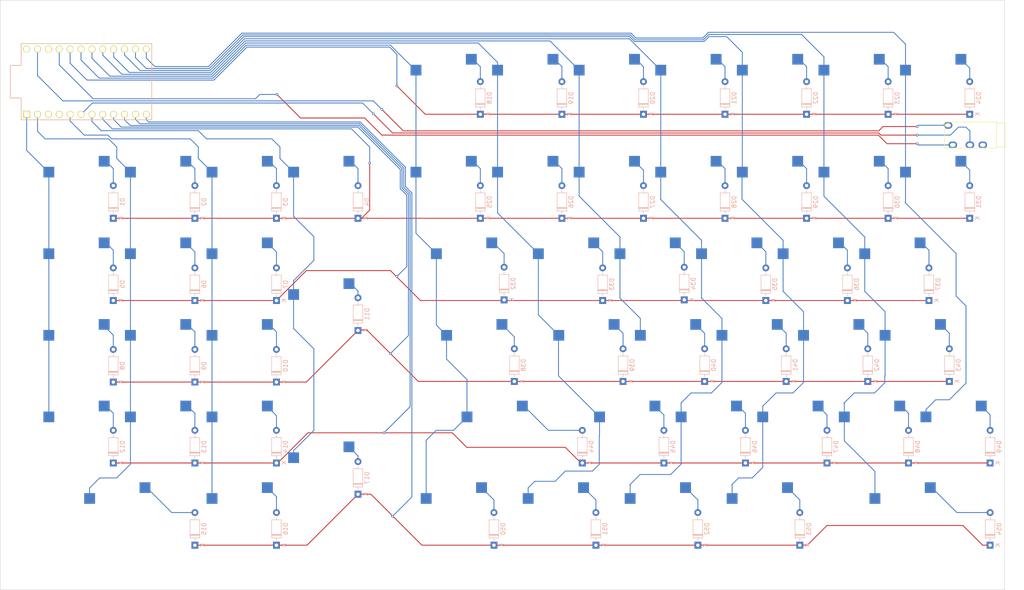
<source format=kicad_pcb>
(kicad_pcb (version 20221018) (generator pcbnew)
  (layers (0 "F.Cu" signal) (31 "B.Cu" signal) (34 "B.Paste" user) (35 "F.Paste" user) (36 "B.SilkS" user "B.Silkscreen") (37 "F.SilkS" user "F.Silkscreen") (38 "B.Mask" user) (39 "F.Mask" user) (44 "Edge.Cuts" user))
  (net 0 "")
  (net 1 "row2")
  (net 2 "Net-(D1-A)")
  (net 3 "Net-(D2-A)")
  (net 4 "Net-(D3-A)")
  (net 5 "Net-(D4-A)")
  (net 6 "row3")
  (net 7 "Net-(D5-A)")
  (net 8 "Net-(D6-A)")
  (net 9 "Net-(D7-A)")
  (net 10 "row4")
  (net 11 "Net-(D8-A)")
  (net 12 "Net-(D9-A)")
  (net 13 "Net-(D10-A)")
  (net 14 "Net-(D11-A)")
  (net 15 "row5")
  (net 16 "Net-(D12-A)")
  (net 17 "Net-(D13-A)")
  (net 18 "Net-(D14-A)")
  (net 19 "row6")
  (net 20 "Net-(D15-A)")
  (net 21 "Net-(D16-A)")
  (net 22 "Net-(D17-A)")
  (net 23 "row1")
  (net 24 "Net-(D18-A)")
  (net 25 "Net-(D19-A)")
  (net 26 "Net-(D20-A)")
  (net 27 "Net-(D21-A)")
  (net 28 "Net-(D22-A)")
  (net 29 "Net-(D23-A)")
  (net 30 "Net-(D24-A)")
  (net 31 "Net-(D25-A)")
  (net 32 "Net-(D26-A)")
  (net 33 "Net-(D27-A)")
  (net 34 "Net-(D28-A)")
  (net 35 "Net-(D29-A)")
  (net 36 "Net-(D30-A)")
  (net 37 "Net-(D31-A)")
  (net 38 "Net-(D32-A)")
  (net 39 "Net-(D33-A)")
  (net 40 "Net-(D34-A)")
  (net 41 "Net-(D35-A)")
  (net 42 "Net-(D36-A)")
  (net 43 "Net-(D37-A)")
  (net 44 "Net-(D38-A)")
  (net 45 "Net-(D39-A)")
  (net 46 "Net-(D40-A)")
  (net 47 "Net-(D41-A)")
  (net 48 "Net-(D42-A)")
  (net 49 "Net-(D43-A)")
  (net 50 "Net-(D44-A)")
  (net 51 "Net-(D45-A)")
  (net 52 "Net-(D46-A)")
  (net 53 "Net-(D47-A)")
  (net 54 "Net-(D48-A)")
  (net 55 "Net-(D49-A)")
  (net 56 "Net-(D50-A)")
  (net 57 "Net-(D51-A)")
  (net 58 "Net-(D52-A)")
  (net 59 "Net-(D53-A)")
  (net 60 "Net-(D54-A)")
  (net 61 "col1")
  (net 62 "col2")
  (net 63 "col3")
  (net 64 "col4")
  (net 65 "col5")
  (net 66 "col10")
  (net 67 "col11")
  (net 70 "SCL")
  (net 71 "VCC")
  (net 73 "GND")
  (net 76 "col6")
  (net 77 "col7")
  (net 78 "col8")
  (net 79 "col9")
  (footprint "MX_Only:MXOnly-1U-Hotswap" (layer "F.Cu") (at 54.485 65.04)
    (fp_text reference "MX2")
    (fp_text value "MX-NoLED")
  )
  (footprint "MountingHole:MountingHole_2.2mm_M2" (layer "F.Cu") (at 141.79925 101.36425)
    (fp_text reference "REF**" hide)
    (fp_text value "MountingHole_2.2mm_M2" hide)
  )
  (footprint "MX_Only:MXOnly-2U-Hotswap-VerticalStabilizers" (layer "F.Cu") (at 92.585 131.715)
    (fp_text reference "MX17")
    (fp_text value "MX-NoLED" hide)
  )
  (footprint "MountingHole:MountingHole_2.2mm_M2" (layer "F.Cu") (at 21 26.5)
    (fp_text reference "REF**" hide)
    (fp_text value "MountingHole_2.2mm_M2" hide)
  )
  (footprint "MX_Only:MXOnly-1U-Hotswap" (layer "F.Cu") (at 159.26 41.227)
    (fp_text reference "MX20")
    (fp_text value "MX-NoLED")
  )
  (footprint "MX_Only:MXOnly-1.25U-Hotswap" (layer "F.Cu") (at 171.16625 141.24)
    (fp_text reference "MX52")
    (fp_text value "MX-NoLED")
  )
  (footprint "MX_Only:MXOnly-1U-Hotswap" (layer "F.Cu") (at 140.21 65.04)
    (fp_text reference "MX26")
    (fp_text value "MX-NoLED")
  )
  (footprint "MountingHole:MountingHole_2.2mm_M2" (layer "F.Cu") (at 21 156)
    (fp_text reference "REF**" hide)
    (fp_text value "MountingHole_2.2mm_M2" hide)
  )
  (footprint "MountingHole:MountingHole_2.2mm_M2" (layer "F.Cu") (at 106.88525 112.47325)
    (fp_text reference "REF**" hide)
    (fp_text value "MountingHole_2.2mm_M2" hide)
  )
  (footprint "MX_Only:MXOnly-1U-Hotswap" (layer "F.Cu") (at 35.435 65.04)
    (fp_text reference "MX1")
    (fp_text value "MX-NoLED")
  )
  (footprint "MX_Only:MXOnly-1.75U-Hotswap" (layer "F.Cu") (at 128.30375 103.14)
    (fp_text reference "MX38")
    (fp_text value "MX-NoLED")
  )
  (footprint "MountingHole:MountingHole_2.2mm_M2" (layer "F.Cu") (at 89.11075 156)
    (fp_text reference "REF**" hide)
    (fp_text value "MountingHole_2.2mm_M2" hide)
  )
  (footprint "MountingHole:MountingHole_2.2mm_M2" (layer "F.Cu") (at 247.61075 26.5)
    (fp_text reference "REF**" hide)
    (fp_text value "MountingHole_2.2mm_M2" hide)
  )
  (footprint "MX_Only:MXOnly-1.25U-Hotswap" (layer "F.Cu") (at 194.97875 141.24)
    (fp_text reference "MX53")
    (fp_text value "MX-NoLED")
  )
  (footprint "MX_Only:MXOnly-1U-Hotswap" (layer "F.Cu") (at 159.26 65.04)
    (fp_text reference "MX27")
    (fp_text value "MX-NoLED")
  )
  (footprint "MX_Only:MXOnly-1U-Hotswap" (layer "F.Cu") (at 35.435 122.19)
    (fp_text reference "MX12")
    (fp_text value "MX-NoLED")
  )
  (footprint "MX_Only:MXOnly-2U-Hotswap-VerticalStabilizers" (layer "F.Cu") (at 92.585 93.615)
    (fp_text reference "MX11")
    (fp_text value "MX-NoLED" hide)
  )
  (footprint "MX_Only:MXOnly-1.25U-Hotswap" (layer "F.Cu") (at 123.54125 141.24)
    (fp_text reference "MX50")
    (fp_text value "MX-NoLED")
  )
  (footprint "MX_Only:MXOnly-1U-Hotswap" (layer "F.Cu") (at 235.46 65.04)
    (fp_text reference "MX31")
    (fp_text value "MX-NoLED")
  )
  (footprint "MX_Only:MXOnly-1U-Hotswap" (layer "F.Cu") (at 121.16 41.227)
    (fp_text reference "MX18")
    (fp_text value "MX-NoLED")
  )
  (footprint "promicro:ProMicro" (layer "F.Cu") (at 37.14075 41.39125)
    (fp_text reference "U1" hide)
    (fp_text value "ProMicro" hide)
  )
  (footprint "MX_Only:MXOnly-1U-Hotswap" (layer "F.Cu") (at 211.6475 103.14)
    (fp_text reference "MX42")
    (fp_text value "MX-NoLED")
  )
  (footprint "MX_Only:MXOnly-1U-Hotswap" (layer "F.Cu") (at 73.535 141.24)
    (fp_text reference "MX16")
    (fp_text value "MX-NoLED")
  )
  (footprint "MX_Only:MXOnly-1U-Hotswap" (layer "F.Cu") (at 197.36 41.227)
    (fp_text reference "MX22")
    (fp_text value "MX-NoLED")
  )
  (footprint "MX_Only:MXOnly-2U-Hotswap" (layer "F.Cu") (at 44.96 141.24)
    (fp_text reference "MX15")
    (fp_text value "MX-NoLED")
  )
  (footprint "pj320:TRRS-PJ-320A" (layer "F.Cu") (at 249.6125 53.86125 -90)
    (fp_text reference "U2")
    (fp_text value "TRRS")
  )
  (footprint "MX_Only:MXOnly-1U-Hotswap" (layer "F.Cu") (at 149.735 84.09)
    (fp_text reference "MX33")
    (fp_text value "MX-NoLED")
  )
  (footprint "MX_Only:MXOnly-1U-Hotswap" (layer "F.Cu") (at 173.5475 103.14)
    (fp_text reference "MX40")
    (fp_text value "MX-NoLED")
  )
  (footprint "MX_Only:MXOnly-1U-Hotswap" (layer "F.Cu") (at 168.785 84.09)
    (fp_text reference "MX34")
    (fp_text value "MX-NoLED")
  )
  (footprint "MX_Only:MXOnly-1U-Hotswap" (layer "F.Cu") (at 73.535 65.04)
    (fp_text reference "MX3")
    (fp_text value "MX-NoLED")
  )
  (footprint "MX_Only:MXOnly-1U-Hotswap" (layer "F.Cu") (at 225.935 84.09)
    (fp_text reference "MX37")
    (fp_text value "MX-NoLED")
  )
  (footprint "MountingHole:MountingHole_2.2mm_M2" (layer "F.Cu") (at 89.11075 26.5)
    (fp_text reference "REF**" hide)
    (fp_text value "MountingHole_2.2mm_M2" hide)
  )
  (footprint "MX_Only:MXOnly-1U-Hotswap" (layer "F.Cu") (at 197.36 65.04)
    (fp_text reference "MX29")
    (fp_text value "MX-NoLED")
  )
  (footprint "MX_Only:MXOnly-1U-Hotswap" (layer "F.Cu") (at 73.535 84.09)
    (fp_text reference "MX7")
    (fp_text value "MX-NoLED")
  )
  (footprint "MX_Only:MXOnly-1U-Hotswap" (layer "F.Cu") (at 235.46 41.227)
    (fp_text reference "MX24")
    (fp_text value "MX-NoLED")
  )
  (footprint "MX_Only:MXOnly-1U-Hotswap" (layer "F.Cu") (at 54.485 122.19)
    (fp_text reference "MX13")
    (fp_text value "MX-NoLED")
  )
  (footprint "MX_Only:MXOnly-2.25U-Hotswap" (layer "F.Cu") (at 133.06625 122.19)
    (fp_text reference "MX44")
    (fp_text value "MX-NoLED")
  )
  (footprint "MX_Only:MXOnly-2.25U-Hotswap" (layer "F.Cu") (at 228.31625 141.24)
    (fp_text reference "MX54")
    (fp_text value "MX-NoLED")
  )
  (footprint "MX_Only:MXOnly-1U-Hotswap" (layer "F.Cu") (at 240.2225 122.19)
    (fp_text reference "MX49")
    (fp_text value "MX-NoLED")
  )
  (footprint "MX_Only:MXOnly-1U-Hotswap" (layer "F.Cu") (at 73.535 103.14)
    (fp_text reference "MX10")
    (fp_text value "MX-NoLED")
  )
  (footprint "MX_Only:MXOnly-1U-Hotswap" (layer "F.Cu") (at 192.5975 103.14)
    (fp_text reference "MX41")
    (fp_text value "MX-NoLED")
  )
  (footprint "MountingHole:MountingHole_2.2mm_M2" (layer "F.Cu") (at 174.11075 156)
    (fp_text reference "REF**" hide)
    (fp_text value "MountingHole_2.2mm_M2" hide)
  )
  (footprint "MX_Only:MXOnly-1.25U-Hotswap" (layer "F.Cu") (at 147.35375 141.24)
    (fp_text reference "MX51")
    (fp_text value "MX-NoLED")
  )
  (footprint "MX_Only:MXOnly-1U-Hotswap" (layer "F.Cu") (at 202.1225 122.19)
    (fp_text reference "MX47")
    (fp_text value "MX-NoLED")
  )
  (footprint "MX_Only:MXOnly-1U-Hotswap" (layer "F.Cu") (at 178.31 41.227)
    (fp_text reference "MX21")
    (fp_text value "MX-NoLED")
  )
  (footprint "MX_Only:MXOnly-1U-Hotswap" (layer "F.Cu") (at 35.435 103.14)
    (fp_text reference "MX8")
    (fp_text value "MX-NoLED")
  )
  (footprint "MX_Only:MXOnly-1U-Hotswap" (layer "F.Cu") (at 183.0725 122.19)
    (fp_text reference "MX46")
    (fp_text value "MX-NoLED")
  )
  (footprint "MountingHole:MountingHole_2.2mm_M2" (layer "F.Cu") (at 21 90.36125)
    (fp_text reference "REF**" hide)
    (fp_text value "MountingHole_2.2mm_M2" hide)
  )
  (footprint "MX_Only:MXOnly-1U-Hotswap" (layer "F.Cu") (at 164.0225 122.19)
    (fp_text reference "MX45")
    (fp_text value "MX-NoLED")
  )
  (footprint "MX_Only:MXOnly-1.5U-Hotswap" (layer "F.Cu") (at 125.9225 84.09)
    (fp_text reference "MX32")
    (fp_text value "MX-NoLED")
  )
  (footprint "MX_Only:MXOnly-1U-Hotswap" (layer "F.Cu") (at 187.835 84.09)
    (fp_text reference "MX35")
    (fp_text value "MX-NoLED")
  )
  (footprint "MX_Only:MXOnly-1U-Hotswap" (layer "F.Cu") (at 230.6975 103.14)
    (fp_text reference "MX43")
    (fp_text value "MX-NoLED")
  )
  (footprint "MX_Only:MXOnly-1U-Hotswap" (layer "F.Cu") (at 54.485 84.09)
    (fp_text reference "MX6")
    (fp_text value "MX-NoLED")
  )
  (footprint "MX_Only:MXOnly-1U-Hotswap" (layer "F.Cu") (at 206.885 84.09)
    (fp_text reference "MX36")
    (fp_text value "MX-NoLED")
  )
  (footprint "MX_Only:MXOnly-1U-Hotswap" (layer "F.Cu") (at 73.535 122.19)
    (fp_text reference "MX14")
    (fp_text value "MX-NoLED")
  )
  (footprint "MX_Only:MXOnly-1U-Hotswap" (layer "F.Cu") (at 216.41 41.227)
    (fp_text reference "MX23")
    (fp_text value "MX-NoLED")
  )
  (footprint "MountingHole:MountingHole_2.2mm_M2" (layer "F.Cu") (at 93.11075 39.36125)
    (fp_text reference "REF**" hide)
    (fp_text value "MountingHole_2.2mm_M2" hide)
  )
  (footprint "MX_Only:MXOnly-1U-Hotswap" (layer "F.Cu") (at 54.485 103.14)
    (fp_text reference "MX9")
    (fp_text value "MX-NoLED")
  )
  (footprint "MountingHole:MountingHole_2.2mm_M2" (layer "F.Cu") (at 247.61075 156)
    (fp_text reference "REF**" hide)
    (fp_text value "MountingHole_2.2mm_M2" hide)
  )
  (footprint "MountingHole:MountingHole_2.2mm_M2" (layer "F.Cu") (at 107.07575 95.86125)
    (fp_text reference "REF**" hide)
    (fp_text value "MountingHole_2.2mm_M2" hide)
  )
  (footprint "MX_Only:MXOnly-1U-Hotswap" (layer "F.Cu") (at 121.16 65.04)
    (fp_text reference "MX25")
    (fp_text value "MX-NoLED")
  )
  (footprint "MountingHole:MountingHole_2.2mm_M2" (layer "F.Cu") (at 247.61075 90.36125)
    (fp_text reference "REF**" hide)
    (fp_text value "MountingHole_2.2mm_M2" hide)
  )
  (footprint "MX_Only:MXOnly-1U-Hotswap" (layer "F.Cu") (at 216.41 65.04)
    (fp_text reference "MX30")
    (fp_text value "MX-NoLED")
  )
  (footprint "MX_Only:MXOnly-1U-Hotswap" (layer "F.Cu") (at 140.21 41.227)
    (fp_text reference "MX19")
    (fp_text value "MX-NoLED")
  )
  (footprint "MX_Only:MXOnly-1U-Hotswap" (layer "F.Cu") (at 178.31 65.04)
    (fp_text reference "MX28")
    (fp_text value "MX-NoLED")
  )
  (footprint "MX_Only:MXOnly-1U-Hotswap" (layer "F.Cu") (at 221.1725 122.19)
    (fp_text reference "MX48")
    (fp_text value "MX-NoLED")
  )
  (footprint "MX_Only:MXOnly-1U-Hotswap" (layer "F.Cu") (at 92.585 65.04)
    (fp_text reference "MX4")
    (fp_text value "MX-NoLED")
  )
  (footprint "MountingHole:MountingHole_2.2mm_M2" (layer "F.Cu") (at 174.11075 26.5)
    (fp_text reference "REF**" hide)
    (fp_text value "MountingHole_2.2mm_M2" hide)
  )
  (footprint "MX_Only:MXOnly-1U-Hotswap" (layer "F.Cu") (at 154.4975 103.14)
    (fp_text reference "MX39")
    (fp_text value "MX-NoLED")
  )
  (footprint "MX_Only:MXOnly-1U-Hotswap" (layer "F.Cu") (at 35.435 84.09)
    (fp_text reference "MX5")
    (fp_text value "MX-NoLED")
  )
  (footprint "Diode_THT:D_DO-35_SOD27_P7.62mm_Horizontal" (layer "B.Cu") (at 157.66925 92.47825 90)
    (fp_text reference "D33")
    (fp_text value "1N4148")
  )
  (footprint "Diode_THT:D_DO-35_SOD27_P7.62mm_Horizontal" (layer "B.Cu") (at 137.03825 111.36475 90)
    (fp_text reference "D38")
    (fp_text value "1N4148")
  )
  (footprint "Diode_THT:D_DO-35_SOD27_P7.62mm_Horizontal" (layer "B.Cu") (at 205.27925 48.99325 90)
    (fp_text reference "D22")
    (fp_text value "1N4148")
  )
  (footprint "Diode_THT:D_DO-35_SOD27_P7.62mm_Horizontal" (layer "B.Cu") (at 224.32325 73.27675 90)
    (fp_text reference "D30")
    (fp_text value "1N4148")
  )
  (footprint "Diode_THT:D_DO-35_SOD27_P7.62mm_Horizontal" (layer "B.Cu") (at 229.08425 130.40875 90)
    (fp_text reference "D48")
    (fp_text value "1N4148")
  )
  (footprint "Diode_THT:D_DO-35_SOD27_P7.62mm_Horizontal" (layer "B.Cu") (at 248.12825 149.61025 90)
    (fp_text reference "D54")
    (fp_text value "1N4148")
  )
  (footprint "Diode_THT:D_DO-35_SOD27_P7.62mm_Horizontal" (layer "B.Cu") (at 179.88725 149.61025 90)
    (fp_text reference "D52")
    (fp_text value "1N4148")
  )
  (footprint "Diode_THT:D_DO-35_SOD27_P7.62mm_Horizontal" (layer "B.Cu") (at 203.69225 149.61025 90)
    (fp_text reference "D53")
    (fp_text value "1N4148")
  )
  (footprint "Diode_THT:D_DO-35_SOD27_P7.62mm_Horizontal" (layer "B.Cu") (at 224.32325 48.99325 90)
    (fp_text reference "D23")
    (fp_text value "1N4148")
  )
  (footprint "Diode_THT:D_DO-35_SOD27_P7.62mm_Horizontal" (layer "B.Cu") (at 129.10325 73.27675 90)
    (fp_text reference "D25")
    (fp_text value "1N4148")
  )
  (footprint "Diode_THT:D_DO-35_SOD27_P7.62mm_Horizontal" (layer "B.Cu") (at 43.40525 111.52225 90)
    (fp_text reference "D8")
    (fp_text value "1N4148")
  )
  (footprint "Diode_THT:D_DO-35_SOD27_P7.62mm_Horizontal" (layer "B.Cu") (at 132.27725 149.61025 90)
    (fp_text reference "D50")
    (fp_text value "1N4148")
  )
  (footprint "Diode_THT:D_DO-35_SOD27_P7.62mm_Horizontal" (layer "B.Cu") (at 243.36725 73.27675 90)
    (fp_text reference "D31")
    (fp_text value "1N4148")
  )
  (footprint "Diode_THT:D_DO-35_SOD27_P7.62mm_Horizontal" (layer "B.Cu") (at 148.14725 73.27675 90)
    (fp_text reference "D26")
    (fp_text value "1N4148")
  )
  (footprint "Diode_THT:D_DO-35_SOD27_P7.62mm_Horizontal" (layer "B.Cu") (at 62.44925 73.27675 90)
    (fp_text reference "D2")
    (fp_text value "1N4148")
  )
  (footprint "Diode_THT:D_DO-35_SOD27_P7.62mm_Horizontal" (layer "B.Cu") (at 81.49325 130.40875 90)
    (fp_text reference "D14")
    (fp_text value "1N4148")
  )
  (footprint "Diode_THT:D_DO-35_SOD27_P7.62mm_Horizontal" (layer "B.Cu") (at 190.99625 130.40875 90)
    (fp_text reference "D46")
    (fp_text value "1N4148")
  )
  (footprint "Diode_THT:D_DO-35_SOD27_P7.62mm_Horizontal" (layer "B.Cu") (at 181.47425 111.36475 90)
    (fp_text reference "D40")
    (fp_text value "1N4148")
  )
  (footprint "Diode_THT:D_DO-35_SOD27_P7.62mm_Horizontal" (layer "B.Cu") (at 195.75725 92.47825 90)
    (fp_text reference "D35")
    (fp_text value "1N4148")
  )
  (footprint "Diode_THT:D_DO-35_SOD27_P7.62mm_Horizontal" (layer "B.Cu") (at 62.44925 130.40875 90)
    (fp_text reference "D13")
    (fp_text value "1N4148")
  )
  (footprint "Diode_THT:D_DO-35_SOD27_P7.62mm_Horizontal" (layer "B.Cu") (at 81.49325 149.61025 90)
    (fp_text reference "D16")
    (fp_text value "1N4148")
  )
  (footprint "Diode_THT:D_DO-35_SOD27_P7.62mm_Horizontal" (layer "B.Cu") (at 214.80125 92.47825 90)
    (fp_text reference "D36")
    (fp_text value "1N4148")
  )
  (footprint "Diode_THT:D_DO-35_SOD27_P7.62mm_Horizontal" (layer "B.Cu") (at 100.53725 73.27675 90)
    (fp_text reference "D4")
    (fp_text value "1N4148")
  )
  (footprint "Diode_THT:D_DO-35_SOD27_P7.62mm_Horizontal" (layer "B.Cu") (at 171.95225 130.40875 90)
    (fp_text reference "D45")
    (fp_text value "1N4148")
  )
  (footprint "Diode_THT:D_DO-35_SOD27_P7.62mm_Horizontal" (layer "B.Cu") (at 129.10325 48.99325 90)
    (fp_text reference "D18")
    (fp_text value "1N4148")
  )
  (footprint "Diode_THT:D_DO-35_SOD27_P7.62mm_Horizontal" (layer "B.Cu") (at 156.08225 149.61025 90)
    (fp_text reference "D51")
    (fp_text value "1N4148")
  )
  (footprint "Diode_THT:D_DO-35_SOD27_P7.62mm_Horizontal" (layer "B.Cu") (at 186.23525 73.27675 90)
    (fp_text reference "D28")
    (fp_text value "1N4148")
  )
  (footprint "Diode_THT:D_DO-35_SOD27_P7.62mm_Horizontal" (layer "B.Cu") (at 219.56225 111.36475 90)
    (fp_text reference "D42")
    (fp_text value "1N4148")
  )
  (footprint "Diode_THT:D_DO-35_SOD27_P7.62mm_Horizontal" (layer "B.Cu") (at 62.44925 92.47825 90)
    (fp_text reference "D6")
    (fp_text value "1N4148")
  )
  (footprint "Diode_THT:D_DO-35_SOD27_P7.62mm_Horizontal" (layer "B.Cu") (at 43.40525 92.47825 90)
    (fp_text reference "D5")
    (fp_text value "1N4148")
  )
  (footprint "Diode_THT:D_DO-35_SOD27_P7.62mm_Horizontal" (layer "B.Cu") (at 81.49325 73.27675 90)
    (fp_text reference "D3")
    (fp_text value "1N4148")
  )
  (footprint "Diode_THT:D_DO-35_SOD27_P7.62mm_Horizontal" (layer "B.Cu") (at 243.36725 48.99325 90)
    (fp_text reference "D24")
    (fp_text value "1N4148")
  )
  (footprint "Diode_THT:D_DO-35_SOD27_P7.62mm_Horizontal" (layer "B.Cu") (at 152.90825 130.40875 90)
    (fp_text reference "D44")
    (fp_text value "1N4148")
  )
  (footprint "Diode_THT:D_DO-35_SOD27_P7.62mm_Horizontal" (layer "B.Cu") (at 210.04025 130.40875 90)
    (fp_text reference "D47")
    (fp_text value "1N4148")
  )
  (footprint "Diode_THT:D_DO-35_SOD27_P7.62mm_Horizontal" (layer "B.Cu") (at 233.84525 92.47825 90)
    (fp_text reference "D37")
    (fp_text value "1N4148")
  )
  (footprint "Diode_THT:D_DO-35_SOD27_P7.62mm_Horizontal" (layer "B.Cu") (at 167.19125 48.99325 90)
    (fp_text reference "D20")
    (fp_text value "1N4148")
  )
  (footprint "Diode_THT:D_DO-35_SOD27_P7.62mm_Horizontal" (layer "B.Cu") (at 148.14725 48.99325 90)
    (fp_text reference "D19")
    (fp_text value "1N4148")
  )
  (footprint "Diode_THT:D_DO-35_SOD27_P7.62mm_Horizontal" (layer "B.Cu") (at 186.23525 48.99325 90)
    (fp_text reference "D21")
    (fp_text value "1N4148")
  )
  (footprint "Diode_THT:D_DO-35_SOD27_P7.62mm_Horizontal" (layer "B.Cu") (at 81.49325 111.52225 90)
    (fp_text reference "D10")
    (fp_text value "1N4148")
  )
  (footprint "Diode_THT:D_DO-35_SOD27_P7.62mm_Horizontal" (layer "B.Cu") (at 162.43025 111.36475 90)
    (fp_text reference "D39")
    (fp_text value "1N4148")
  )
  (footprint "Diode_THT:D_DO-35_SOD27_P7.62mm_Horizontal" (layer "B.Cu") (at 248.12825 130.40875 90)
    (fp_text reference "D49")
    (fp_text value "1N4148")
  )
  (footprint "Diode_THT:D_DO-35_SOD27_P7.62mm_Horizontal" (layer "B.Cu") (at 43.40525 130.40875 90)
    (fp_text reference "D12")
    (fp_text value "1N4148")
  )
  (footprint "Diode_THT:D_DO-35_SOD27_P7.62mm_Horizontal" (layer "B.Cu") (at 205.27925 73.27675 90)
    (fp_text reference "D29")
    (fp_text value "1N4148")
  )
  (footprint "Diode_THT:D_DO-35_SOD27_P7.62mm_Horizontal" (layer "B.Cu") (at 134.65775 92.32075 90)
    (fp_text reference "D32")
    (fp_text value "1N4148")
  )
  (footprint "Diode_THT:D_DO-35_SOD27_P7.62mm_Horizontal" (layer "B.Cu") (at 81.49325 92.47825 90)
    (fp_text reference "D7")
    (fp_text value "1N4148")
  )
  (footprint "Diode_THT:D_DO-35_SOD27_P7.62mm_Horizontal" (layer "B.Cu") (at 200.51825 111.36475 90)
    (fp_text reference "D41")
    (fp_text value "1N4148")
  )
  (footprint "Diode_THT:D_DO-35_SOD27_P7.62mm_Horizontal" (layer "B.Cu") (at 176.71325 92.32075 90)
    (fp_text reference "D34")
    (fp_text value "1N4148")
  )
  (footprint "Diode_THT:D_DO-35_SOD27_P7.62mm_Horizontal" (layer "B.Cu") (at 62.44925 111.52225 90)
    (fp_text reference "D9")
    (fp_text value "1N4148")
  )
  (footprint "Diode_THT:D_DO-35_SOD27_P7.62mm_Horizontal" (layer "B.Cu") (at 62.44925 149.61025 90)
    (fp_text reference "D15")
    (fp_text value "1N4148")
  )
  (footprint "Diode_THT:D_DO-35_SOD27_P7.62mm_Horizontal" (layer "B.Cu") (at 100.53725 99.46225 90)
    (fp_text reference "D11")
    (fp_text value "1N4148")
  )
  (footprint "Diode_THT:D_DO-35_SOD27_P7.62mm_Horizontal" (layer "B.Cu") (at 167.19125 73.27675 90)
    (fp_text reference "D27")
    (fp_text value "1N4148")
  )
  (footprint "Diode_THT:D_DO-35_SOD27_P7.62mm_Horizontal" (layer "B.Cu") (at 238.60625 111.36475 90)
    (fp_text reference "D43")
    (fp_text value "1N4148")
  )
  (footprint "Diode_THT:D_DO-35_SOD27_P7.62mm_Horizontal" (layer "B.Cu") (at 43.40525 73.27675 90)
    (fp_text reference "D1")
    (fp_text value "1N4148")
  )
  (footprint "Diode_THT:D_DO-35_SOD27_P7.62mm_Horizontal" (layer "B.Cu") (at 100.53725 137.70775 90)
    (fp_text reference "D17")
    (fp_text value "1N4148")
  )
  (gr_line (start 251.5 160) (end 17 160) (stroke (width 0.1)) (layer "Edge.Cuts"))
  (gr_line (start 251.5 22.36125) (end 17 22.36125) (stroke (width 0.1)) (layer "Edge.Cuts"))
  (gr_line (start 251.5 22.36125) (end 251.5 160) (stroke (width 0.1)) (layer "Edge.Cuts"))
  (gr_line (start 17 22.36125) (end 17 160) (stroke (width 0.1)) (layer "Edge.Cuts"))
  (segment (start 103.26575 71.37175) (end 101.36075 73.27675) (width 0.2) (layer "F.Cu") (net 1))
  (segment (start 43.40525 73.27675) (end 43.40525 73.59175) (width 0.2) (layer "F.Cu") (net 1))
  (segment (start 103.26575 60.44125) (end 103.26575 71.37175) (width 0.2) (layer "F.Cu") (net 1))
  (segment (start 43.40525 73.59175) (end 43.72025 73.27675) (width 0.2) (layer "F.Cu") (net 1))
  (segment (start 101.36075 73.27675) (end 243.36725 73.27675) (width 0.2) (layer "F.Cu") (net 1))
  (segment (start 43.72025 73.27675) (end 101.36075 73.27675) (width 0.2) (layer "F.Cu") (net 1))
  (via (at 103.26575 60.44125) (size 0.6) (drill 0.3) (layers "F.Cu" "B.Cu") (net 1))
  (segment (start 43.14575 52.39625) (end 40.95075 50.20125) (width 0.2) (layer "B.Cu") (net 1))
  (segment (start 103.26575 60.44125) (end 103.26575 56.63125) (width 0.2) (layer "B.Cu") (net 1))
  (segment (start 99.03075 52.39625) (end 43.14575 52.39625) (width 0.2) (layer "B.Cu") (net 1))
  (segment (start 103.26575 56.63125) (end 99.03075 52.39625) (width 0.2) (layer "B.Cu") (net 1))
  (segment (start 40.95075 50.20125) (end 40.95075 49.01125) (width 0.2) (layer "B.Cu") (net 1))
  (segment (start 43.40525 61.68925) (end 43.40525 65.65675) (width 0.2) (layer "B.Cu") (net 2))
  (segment (start 41.676 59.96) (end 43.40525 61.68925) (width 0.2) (layer "B.Cu") (net 2))
  (segment (start 41.277 59.96) (end 41.676 59.96) (width 0.2) (layer "B.Cu") (net 2))
  (segment (start 60.327 59.96) (end 60.72 59.96) (width 0.2) (layer "B.Cu") (net 3))
  (segment (start 60.72 59.96) (end 62.44925 61.68925) (width 0.2) (layer "B.Cu") (net 3))
  (segment (start 62.44925 61.68925) (end 62.44925 65.65675) (width 0.2) (layer "B.Cu") (net 3))
  (segment (start 79.377 59.96) (end 79.764 59.96) (width 0.2) (layer "B.Cu") (net 4))
  (segment (start 79.764 59.96) (end 81.49325 61.68925) (width 0.2) (layer "B.Cu") (net 4))
  (segment (start 81.49325 61.68925) (end 81.49325 65.65675) (width 0.2) (layer "B.Cu") (net 4))
  (segment (start 100.53725 61.68925) (end 100.53725 65.65675) (width 0.2) (layer "B.Cu") (net 5))
  (segment (start 98.808 59.96) (end 100.53725 61.68925) (width 0.2) (layer "B.Cu") (net 5))
  (segment (start 98.427 59.96) (end 98.808 59.96) (width 0.2) (layer "B.Cu") (net 5))
  (segment (start 88.47725 85.49425) (end 108.12675 85.49425) (width 0.2) (layer "F.Cu") (net 6))
  (segment (start 81.49325 92.47825) (end 88.47725 85.49425) (width 0.2) (layer "F.Cu") (net 6))
  (segment (start 233.84525 92.47825) (end 115.11075 92.47825) (width 0.2) (layer "F.Cu") (net 6))
  (segment (start 43.40525 92.47825) (end 81.49325 92.47825) (width 0.2) (layer "F.Cu") (net 6))
  (segment (start 108.12675 85.49425) (end 115.11075 92.47825) (width 0.2) (layer "F.Cu") (net 6))
  (via (at 109.61075 86.86125) (size 0.6) (drill 0.3) (layers "F.Cu" "B.Cu") (net 6))
  (segment (start 45.24575 51.99625) (end 43.49075 50.24125) (width 0.2) (layer "B.Cu") (net 6))
  (segment (start 111.91075 84.56125) (end 111.91075 67.858308) (width 0.2) (layer "B.Cu") (net 6))
  (segment (start 109.61075 86.86125) (end 111.91075 84.56125) (width 0.2) (layer "B.Cu") (net 6))
  (segment (start 43.49075 50.24125) (end 43.49075 49.01125) (width 0.2) (layer "B.Cu") (net 6))
  (segment (start 110.41075 66.358308) (end 110.41075 61.87125) (width 0.2) (layer "B.Cu") (net 6))
  (segment (start 100.53575 51.99625) (end 45.24575 51.99625) (width 0.2) (layer "B.Cu") (net 6))
  (segment (start 111.91075 67.858308) (end 110.41075 66.358308) (width 0.2) (layer "B.Cu") (net 6))
  (segment (start 110.41075 61.87125) (end 100.53575 51.99625) (width 0.2) (layer "B.Cu") (net 6))
  (segment (start 41.277 79.01) (end 41.682 79.01) (width 0.2) (layer "B.Cu") (net 7))
  (segment (start 43.40525 80.73325) (end 43.40525 84.85825) (width 0.2) (layer "B.Cu") (net 7))
  (segment (start 41.682 79.01) (end 43.40525 80.73325) (width 0.2) (layer "B.Cu") (net 7))
  (segment (start 60.327 79.01) (end 62.44925 81.13225) (width 0.2) (layer "B.Cu") (net 8))
  (segment (start 62.44925 81.13225) (end 62.44925 84.85825) (width 0.2) (layer "B.Cu") (net 8))
  (segment (start 79.377 79.01) (end 81.49325 81.12625) (width 0.2) (layer "B.Cu") (net 9))
  (segment (start 81.49325 81.12625) (end 81.49325 84.85825) (width 0.2) (layer "B.Cu") (net 9))
  (segment (start 88.47725 111.52225) (end 100.53725 99.46225) (width 0.2) (layer "F.Cu") (net 10))
  (segment (start 43.40525 111.52225) (end 81.49325 111.52225) (width 0.2) (layer "F.Cu") (net 10))
  (segment (start 137.03825 111.36475) (end 238.60625 111.36475) (width 0.2) (layer "F.Cu") (net 10))
  (segment (start 120.61075 111.36125) (end 120.61425 111.36475) (width 0.2) (layer "F.Cu") (net 10))
  (segment (start 100.53725 99.43475) (end 100.61075 99.36125) (width 0.2) (layer "F.Cu") (net 10))
  (segment (start 114.61075 111.36125) (end 120.61075 111.36125) (width 0.2) (layer "F.Cu") (net 10))
  (segment (start 102.61075 99.36125) (end 108.11075 104.86125) (width 0.2) (layer "F.Cu") (net 10))
  (segment (start 108.11075 104.86125) (end 114.61075 111.36125) (width 0.2) (layer "F.Cu") (net 10))
  (segment (start 120.61425 111.36475) (end 137.03825 111.36475) (width 0.2) (layer "F.Cu") (net 10))
  (segment (start 81.49325 111.52225) (end 88.47725 111.52225) (width 0.2) (layer "F.Cu") (net 10))
  (segment (start 100.61075 99.36125) (end 102.61075 99.36125) (width 0.2) (layer "F.Cu") (net 10))
  (segment (start 100.53725 99.46225) (end 100.53725 99.43475) (width 0.2) (layer "F.Cu") (net 10))
  (via (at 108.11075 104.86125) (size 0.6) (drill 0.3) (layers "F.Cu" "B.Cu") (net 10))
  (segment (start 47.34575 51.59625) (end 46.03075 50.28125) (width 0.2) (layer "B.Cu") (net 10))
  (segment (start 108.11075 104.86125) (end 112.31075 100.66125) (width 0.2) (layer "B.Cu") (net 10))
  (segment (start 112.31075 67.692622) (end 110.81075 66.192622) (width 0.2) (layer "B.Cu") (net 10))
  (segment (start 46.03075 50.28125) (end 46.03075 49.01125) (width 0.2) (layer "B.Cu") (net 10))
  (segment (start 112.31075 100.66125) (end 112.31075 67.692622) (width 0.2) (layer "B.Cu") (net 10))
  (segment (start 110.81075 61.68125) (end 100.72575 51.59625) (width 0.2) (layer "B.Cu") (net 10))
  (segment (start 110.81075 66.192622) (end 110.81075 61.68125) (width 0.2) (layer "B.Cu") (net 10))
  (segment (start 100.72575 51.59625) (end 47.34575 51.59625) (width 0.2) (layer "B.Cu") (net 10))
  (segment (start 43.40525 100.57075) (end 43.40525 103.90225) (width 0.2) (layer "B.Cu") (net 11))
  (segment (start 41.277 98.4425) (end 43.40525 100.57075) (width 0.2) (layer "B.Cu") (net 11))
  (segment (start 41.277 98.06) (end 41.277 98.4425) (width 0.2) (layer "B.Cu") (net 11))
  (segment (start 62.44925 99.77725) (end 62.44925 103.90225) (width 0.2) (layer "B.Cu") (net 12))
  (segment (start 60.732 98.06) (end 62.44925 99.77725) (width 0.2) (layer "B.Cu") (net 12))
  (segment (start 60.327 98.06) (end 60.732 98.06) (width 0.2) (layer "B.Cu") (net 12))
  (segment (start 81.49325 99.77725) (end 81.49325 103.90225) (width 0.2) (layer "B.Cu") (net 13))
  (segment (start 79.776 98.06) (end 81.49325 99.77725) (width 0.2) (layer "B.Cu") (net 13))
  (segment (start 79.377 98.06) (end 79.776 98.06) (width 0.2) (layer "B.Cu") (net 13))
  (segment (start 98.427 88.535) (end 98.817 88.535) (width 0.2) (layer "B.Cu") (net 14))
  (segment (start 100.53725 90.25525) (end 100.53725 91.84225) (width 0.2) (layer "B.Cu") (net 14))
  (segment (start 98.817 88.535) (end 100.53725 90.25525) (width 0.2) (layer "B.Cu") (net 14))
  (segment (start 88.85575 123.36125) (end 88.48325 123.73375) (width 0.2) (layer "F.Cu") (net 15))
  (segment (start 43.40525 130.40875) (end 62.44925 130.40875) (width 0.2) (layer "F.Cu") (net 15))
  (segment (start 122.53425 123.36125) (end 106.61075 123.36125) (width 0.2) (layer "F.Cu") (net 15))
  (segment (start 62.44925 130.40875) (end 81.49325 130.40875) (width 0.2) (layer "F.Cu") (net 15))
  (segment (start 81.49325 130.40875) (end 81.80825 130.40875) (width 0.2) (layer "F.Cu") (net 15))
  (segment (start 152.59325 130.40875) (end 148.94075 126.75625) (width 0.2) (layer "F.Cu") (net 15))
  (segment (start 125.92925 126.75625) (end 122.53425 123.36125) (width 0.2) (layer "F.Cu") (net 15))
  (segment (start 152.90825 130.40875) (end 152.59325 130.40875) (width 0.2) (layer "F.Cu") (net 15))
  (segment (start 248.12825 130.40875) (end 152.90825 130.40875) (width 0.2) (layer "F.Cu") (net 15))
  (segment (start 148.94075 126.75625) (end 125.92925 126.75625) (width 0.2) (layer "F.Cu") (net 15))
  (segment (start 106.61075 123.36125) (end 88.85575 123.36125) (width 0.2) (layer "F.Cu") (net 15))
  (segment (start 81.80825 130.40875) (end 88.48325 123.73375) (width 0.2) (layer "F.Cu") (net 15))
  (via (at 106.61075 123.36125) (size 0.6) (drill 0.3) (layers "F.Cu" "B.Cu") (net 15))
  (segment (start 48.57075 50.15625) (end 48.57075 49.01125) (width 0.2) (layer "B.Cu") (net 15))
  (segment (start 112.71075 67.526936) (end 111.21075 66.026936) (width 0.2) (layer "B.Cu") (net 15))
  (segment (start 111.21075 66.026936) (end 111.21075 61.515564) (width 0.2) (layer "B.Cu") (net 15))
  (segment (start 111.21075 61.515564) (end 100.891436 51.19625) (width 0.2) (layer "B.Cu") (net 15))
  (segment (start 112.71075 117.26125) (end 112.71075 115.36125) (width 0.2) (layer "B.Cu") (net 15))
  (segment (start 106.61075 123.36125) (end 112.71075 117.26125) (width 0.2) (layer "B.Cu") (net 15))
  (segment (start 112.71075 115.36125) (end 112.71075 67.526936) (width 0.2) (layer "B.Cu") (net 15))
  (segment (start 49.61075 51.19625) (end 48.57075 50.15625) (width 0.2) (layer "B.Cu") (net 15))
  (segment (start 100.891436 51.19625) (end 49.61075 51.19625) (width 0.2) (layer "B.Cu") (net 15))
  (segment (start 100.867122 51.197622) (end 100.87075 51.20125) (width 0.2) (layer "B.Cu") (net 15))
  (segment (start 100.867122 51.19625) (end 100.867122 51.197622) (width 0.2) (layer "B.Cu") (net 15))
  (segment (start 41.694 117.11) (end 43.40525 118.82125) (width 0.2) (layer "B.Cu") (net 16))
  (segment (start 41.277 117.11) (end 41.694 117.11) (width 0.2) (layer "B.Cu") (net 16))
  (segment (start 43.40525 118.82125) (end 43.40525 122.78875) (width 0.2) (layer "B.Cu") (net 16))
  (segment (start 62.44925 118.82125) (end 62.44925 122.78875) (width 0.2) (layer "B.Cu") (net 17))
  (segment (start 60.738 117.11) (end 62.44925 118.82125) (width 0.2) (layer "B.Cu") (net 17))
  (segment (start 60.327 117.11) (end 60.738 117.11) (width 0.2) (layer "B.Cu") (net 17))
  (segment (start 79.377 117.25225) (end 81.49325 119.3685) (width 0.2) (layer "B.Cu") (net 18))
  (segment (start 81.49325 119.3685) (end 81.49325 122.78875) (width 0.2) (layer "B.Cu") (net 18))
  (segment (start 248.12825 149.61025) (end 246.38375 149.61025) (width 0.2) (layer "F.Cu") (net 19))
  (segment (start 132.27725 149.61025) (end 115.45625 149.61025) (width 0.2) (layer "F.Cu") (net 19))
  (segment (start 88.63475 149.61025) (end 100.53725 137.70775) (width 0.2) (layer "F.Cu") (net 19))
  (segment (start 241.78025 145.00675) (end 210.04025 145.00675) (width 0.2) (layer "F.Cu") (net 19))
  (segment (start 103.55375 137.70775) (end 100.53725 137.70775) (width 0.2) (layer "F.Cu") (net 19))
  (segment (start 203.69225 149.61025) (end 132.27725 149.61025) (width 0.2) (layer "F.Cu") (net 19))
  (segment (start 205.43675 149.61025) (end 203.69225 149.61025) (width 0.2) (layer "F.Cu") (net 19))
  (segment (start 246.38375 149.61025) (end 241.78025 145.00675) (width 0.2) (layer "F.Cu") (net 19))
  (segment (start 81.49325 149.61025) (end 88.63475 149.61025) (width 0.2) (layer "F.Cu") (net 19))
  (segment (start 210.04025 145.00675) (end 205.43675 149.61025) (width 0.2) (layer "F.Cu") (net 19))
  (segment (start 115.45625 149.61025) (end 103.55375 137.70775) (width 0.2) (layer "F.Cu") (net 19))
  (segment (start 62.44925 149.61025) (end 81.49325 149.61025) (width 0.2) (layer "F.Cu") (net 19))
  (via (at 108.61075 142.86125) (size 0.6) (drill 0.3) (layers "F.Cu" "B.Cu") (net 19))
  (segment (start 51.11075 50.29625) (end 51.61075 50.79625) (width 0.2) (layer "B.Cu") (net 19))
  (segment (start 51.11075 49.01125) (end 51.11075 50.29625) (width 0.2) (layer "B.Cu") (net 19))
  (segment (start 113.11075 67.36125) (end 113.11075 126.79625) (width 0.2) (layer "B.Cu") (net 19))
  (segment (start 111.61075 61.349878) (end 111.61075 65.86125) (width 0.2) (layer "B.Cu") (net 19))
  (segment (start 113.11075 138.36125) (end 108.61075 142.86125) (width 0.2) (layer "B.Cu") (net 19))
  (segment (start 51.61075 50.79625) (end 101.057122 50.79625) (width 0.2) (layer "B.Cu") (net 19))
  (segment (start 111.61075 65.86125) (end 113.11075 67.36125) (width 0.2) (layer "B.Cu") (net 19))
  (segment (start 113.11075 126.79625) (end 113.11075 138.36125) (width 0.2) (layer "B.Cu") (net 19))
  (segment (start 101.057122 50.79625) (end 111.61075 61.349878) (width 0.2) (layer "B.Cu") (net 19))
  (segment (start 51.222 136.16) (end 57.05225 141.99025) (width 0.2) (layer "B.Cu") (net 20))
  (segment (start 57.05225 141.99025) (end 62.44925 141.99025) (width 0.2) (layer "B.Cu") (net 20))
  (segment (start 50.802 136.16) (end 51.222 136.16) (width 0.2) (layer "B.Cu") (net 20))
  (segment (start 79.377 136.16) (end 81.49325 138.27625) (width 0.2) (layer "B.Cu") (net 21))
  (segment (start 81.49325 138.65875) (end 81.49325 141.99025) (width 0.2) (layer "B.Cu") (net 21))
  (segment (start 81.49325 138.27625) (end 81.49325 138.65875) (width 0.2) (layer "B.Cu") (net 21))
  (segment (start 81.49325 138.4185) (end 81.49325 138.65875) (width 0.2) (layer "B.Cu") (net 21))
  (segment (start 100.53725 128.74525) (end 100.53725 130.08775) (width 0.2) (layer "B.Cu") (net 22))
  (segment (start 98.427 126.635) (end 100.53725 128.74525) (width 0.2) (layer "B.Cu") (net 22))
  (segment (start 129.10325 48.99325) (end 116.24275 48.99325) (width 0.2) (layer "F.Cu") (net 23))
  (segment (start 129.10325 48.99325) (end 243.36725 48.99325) (width 0.2) (layer "F.Cu") (net 23))
  (segment (start 116.11075 48.86125) (end 109.61075 42.36125) (width 0.2) (layer "F.Cu") (net 23))
  (segment (start 116.24275 48.99325) (end 116.11075 48.86125) (width 0.2) (layer "F.Cu") (net 23))
  (via (at 109.61075 42.36125) (size 0.6) (drill 0.3) (layers "F.Cu" "B.Cu") (net 23))
  (segment (start 101.11075 33.31125) (end 74.615522 33.31125) (width 0.2) (layer "B.Cu") (net 23))
  (segment (start 74.615522 33.31125) (end 66.915522 41.01125) (width 0.2) (layer "B.Cu") (net 23))
  (segment (start 109.61075 34.997646) (end 107.924354 33.31125) (width 0.2) (layer "B.Cu") (net 23))
  (segment (start 37.26075 41.01125) (end 33.33075 37.08125) (width 0.2) (layer "B.Cu") (net 23))
  (segment (start 33.33075 37.08125) (end 33.33075 33.77125) (width 0.2) (layer "B.Cu") (net 23))
  (segment (start 66.915522 41.01125) (end 37.26075 41.01125) (width 0.2) (layer "B.Cu") (net 23))
  (segment (start 107.924354 33.31125) (end 101.11075 33.31125) (width 0.2) (layer "B.Cu") (net 23))
  (segment (start 109.61075 42.36125) (end 109.61075 34.997646) (width 0.2) (layer "B.Cu") (net 23))
  (segment (start 127.002 36.147) (end 127.366 36.147) (width 0.2) (layer "B.Cu") (net 24))
  (segment (start 129.10325 37.88425) (end 129.10325 41.37325) (width 0.2) (layer "B.Cu") (net 24))
  (segment (start 127.366 36.147) (end 129.10325 37.88425) (width 0.2) (layer "B.Cu") (net 24))
  (segment (start 148.14725 37.88425) (end 148.14725 41.37325) (width 0.2) (layer "B.Cu") (net 25))
  (segment (start 146.052 36.147) (end 146.41 36.147) (width 0.2) (layer "B.Cu") (net 25))
  (segment (start 146.41 36.147) (end 148.14725 37.88425) (width 0.2) (layer "B.Cu") (net 25))
  (segment (start 165.454 36.147) (end 167.19125 37.88425) (width 0.2) (layer "B.Cu") (net 26))
  (segment (start 167.19125 37.88425) (end 167.19125 41.37325) (width 0.2) (layer "B.Cu") (net 26))
  (segment (start 165.102 36.147) (end 165.454 36.147) (width 0.2) (layer "B.Cu") (net 26))
  (segment (start 184.498 36.147) (end 186.23525 37.88425) (width 0.2) (layer "B.Cu") (net 27))
  (segment (start 184.152 36.147) (end 184.498 36.147) (width 0.2) (layer "B.Cu") (net 27))
  (segment (start 186.23525 37.88425) (end 186.23525 41.37325) (width 0.2) (layer "B.Cu") (net 27))
  (segment (start 205.27925 37.88425) (end 205.27925 41.37325) (width 0.2) (layer "B.Cu") (net 28))
  (segment (start 203.542 36.147) (end 205.27925 37.88425) (width 0.2) (layer "B.Cu") (net 28))
  (segment (start 203.202 36.147) (end 203.542 36.147) (width 0.2) (layer "B.Cu") (net 28))
  (segment (start 222.586 36.147) (end 224.32325 37.88425) (width 0.2) (layer "B.Cu") (net 29))
  (segment (start 222.252 36.147) (end 222.586 36.147) (width 0.2) (layer "B.Cu") (net 29))
  (segment (start 224.32325 37.88425) (end 224.32325 41.37325) (width 0.2) (layer "B.Cu") (net 29))
  (segment (start 243.36725 38.21225) (end 243.36725 41.37325) (width 0.2) (layer "B.Cu") (net 30))
  (segment (start 241.302 36.147) (end 243.36725 38.21225) (width 0.2) (layer "B.Cu") (net 30))
  (segment (start 127.374 59.96) (end 129.10325 61.68925) (width 0.2) (layer "B.Cu") (net 31))
  (segment (start 127.002 59.96) (end 127.374 59.96) (width 0.2) (layer "B.Cu") (net 31))
  (segment (start 129.10325 61.68925) (end 129.10325 65.65675) (width 0.2) (layer "B.Cu") (net 31))
  (segment (start 148.14725 61.68925) (end 148.14725 65.65675) (width 0.2) (layer "B.Cu") (net 32))
  (segment (start 146.052 59.96) (end 146.418 59.96) (width 0.2) (layer "B.Cu") (net 32))
  (segment (start 146.418 59.96) (end 148.14725 61.68925) (width 0.2) (layer "B.Cu") (net 32))
  (segment (start 165.102 59.96) (end 167.19125 62.04925) (width 0.2) (layer "B.Cu") (net 33))
  (segment (start 167.19125 62.04925) (end 167.19125 65.65675) (width 0.2) (layer "B.Cu") (net 33))
  (segment (start 184.506 59.96) (end 186.23525 61.68925) (width 0.2) (layer "B.Cu") (net 34))
  (segment (start 186.23525 61.68925) (end 186.23525 65.65675) (width 0.2) (layer "B.Cu") (net 34))
  (segment (start 184.152 59.96) (end 184.506 59.96) (width 0.2) (layer "B.Cu") (net 34))
  (segment (start 203.55 59.96) (end 205.27925 61.68925) (width 0.2) (layer "B.Cu") (net 35))
  (segment (start 205.27925 61.68925) (end 205.27925 65.65675) (width 0.2) (layer "B.Cu") (net 35))
  (segment (start 203.202 59.96) (end 203.55 59.96) (width 0.2) (layer "B.Cu") (net 35))
  (segment (start 222.594 59.96) (end 224.32325 61.68925) (width 0.2) (layer "B.Cu") (net 36))
  (segment (start 224.32325 61.68925) (end 224.32325 65.65675) (width 0.2) (layer "B.Cu") (net 36))
  (segment (start 222.252 59.96) (end 222.594 59.96) (width 0.2) (layer "B.Cu") (net 36))
  (segment (start 243.36725 62.02525) (end 243.36725 65.65675) (width 0.2) (layer "B.Cu") (net 37))
  (segment (start 241.302 59.96) (end 243.36725 62.02525) (width 0.2) (layer "B.Cu") (net 37))
  (segment (start 134.65775 81.52675) (end 134.65775 84.70075) (width 0.2) (layer "B.Cu") (net 38))
  (segment (start 131.7645 79.01) (end 132.141 79.01) (width 0.2) (layer "B.Cu") (net 38))
  (segment (start 132.141 79.01) (end 134.65775 81.52675) (width 0.2) (layer "B.Cu") (net 38))
  (segment (start 155.577 79.01) (end 157.66925 81.10225) (width 0.2) (layer "B.Cu") (net 39))
  (segment (start 157.66925 81.10225) (end 157.66925 84.85825) (width 0.2) (layer "B.Cu") (net 39))
  (segment (start 176.71325 81.09625) (end 176.71325 84.70075) (width 0.2) (layer "B.Cu") (net 40))
  (segment (start 174.627 79.01) (end 176.71325 81.09625) (width 0.2) (layer "B.Cu") (net 40))
  (segment (start 193.677 79.01) (end 195.75725 81.09025) (width 0.2) (layer "B.Cu") (net 41))
  (segment (start 195.75725 81.09025) (end 195.75725 84.85825) (width 0.2) (layer "B.Cu") (net 41))
  (segment (start 214.80125 80.73325) (end 214.80125 84.85825) (width 0.2) (layer "B.Cu") (net 42))
  (segment (start 212.727 79.01) (end 213.078 79.01) (width 0.2) (layer "B.Cu") (net 42))
  (segment (start 213.078 79.01) (end 214.80125 80.73325) (width 0.2) (layer "B.Cu") (net 42))
  (segment (start 233.84525 80.73325) (end 233.84525 84.85825) (width 0.2) (layer "B.Cu") (net 43))
  (segment (start 232.122 79.01) (end 233.84525 80.73325) (width 0.2) (layer "B.Cu") (net 43))
  (segment (start 231.777 79.01) (end 232.122 79.01) (width 0.2) (layer "B.Cu") (net 43))
  (segment (start 137.03825 100.9525) (end 137.03825 103.74475) (width 0.2) (layer "B.Cu") (net 44))
  (segment (start 134.14575 98.06) (end 137.03825 100.9525) (width 0.2) (layer "B.Cu") (net 44))
  (segment (start 162.43025 100.15075) (end 162.43025 103.74475) (width 0.2) (layer "B.Cu") (net 45))
  (segment (start 160.3395 98.06) (end 162.43025 100.15075) (width 0.2) (layer "B.Cu") (net 45))
  (segment (start 181.47425 100.14475) (end 181.47425 103.74475) (width 0.2) (layer "B.Cu") (net 46))
  (segment (start 179.3895 98.06) (end 181.47425 100.14475) (width 0.2) (layer "B.Cu") (net 46))
  (segment (start 198.4395 98.06) (end 200.51825 100.13875) (width 0.2) (layer "B.Cu") (net 47))
  (segment (start 200.51825 100.13875) (end 200.51825 103.74475) (width 0.2) (layer "B.Cu") (net 47))
  (segment (start 219.56225 100.13275) (end 219.56225 103.74475) (width 0.2) (layer "B.Cu") (net 48))
  (segment (start 217.4895 98.06) (end 219.56225 100.13275) (width 0.2) (layer "B.Cu") (net 48))
  (segment (start 236.5395 98.06) (end 238.60625 100.12675) (width 0.2) (layer "B.Cu") (net 49))
  (segment (start 238.60625 100.12675) (end 238.60625 103.74475) (width 0.2) (layer "B.Cu") (net 49))
  (segment (start 144.97325 122.78875) (end 152.90825 122.78875) (width 0.2) (layer "B.Cu") (net 50))
  (segment (start 139.2945 117.11) (end 144.97325 122.78875) (width 0.2) (layer "B.Cu") (net 50))
  (segment (start 138.90825 117.11) (end 139.2945 117.11) (width 0.2) (layer "B.Cu") (net 50))
  (segment (start 169.8645 117.11) (end 171.95225 119.19775) (width 0.2) (layer "B.Cu") (net 51))
  (segment (start 171.95225 119.19775) (end 171.95225 122.78875) (width 0.2) (layer "B.Cu") (net 51))
  (segment (start 190.99625 118.82125) (end 190.99625 122.78875) (width 0.2) (layer "B.Cu") (net 52))
  (segment (start 188.9145 117.11) (end 189.285 117.11) (width 0.2) (layer "B.Cu") (net 52))
  (segment (start 189.285 117.11) (end 190.99625 118.82125) (width 0.2) (layer "B.Cu") (net 52))
  (segment (start 210.04025 119.18575) (end 210.04025 122.78875) (width 0.2) (layer "B.Cu") (net 53))
  (segment (start 207.9645 117.11) (end 210.04025 119.18575) (width 0.2) (layer "B.Cu") (net 53))
  (segment (start 229.08425 118.82125) (end 229.08425 122.78875) (width 0.2) (layer "B.Cu") (net 54))
  (segment (start 227.0145 117.11) (end 227.373 117.11) (width 0.2) (layer "B.Cu") (net 54))
  (segment (start 227.373 117.11) (end 229.08425 118.82125) (width 0.2) (layer "B.Cu") (net 54))
  (segment (start 248.12825 119.17375) (end 248.12825 122.78875) (width 0.2) (layer "B.Cu") (net 55))
  (segment (start 246.0645 117.11) (end 248.12825 119.17375) (width 0.2) (layer "B.Cu") (net 55))
  (segment (start 132.27725 139.054) (end 132.27725 141.99025) (width 0.2) (layer "B.Cu") (net 56))
  (segment (start 129.38325 136.16) (end 132.27725 139.054) (width 0.2) (layer "B.Cu") (net 56))
  (segment (start 153.19575 136.16) (end 156.08225 139.0465) (width 0.2) (layer "B.Cu") (net 57))
  (segment (start 156.08225 139.0465) (end 156.08225 141.99025) (width 0.2) (layer "B.Cu") (net 57))
  (segment (start 177.00825 136.16) (end 179.88725 139.039) (width 0.2) (layer "B.Cu") (net 58))
  (segment (start 179.88725 139.039) (end 179.88725 141.99025) (width 0.2) (layer "B.Cu") (net 58))
  (segment (start 200.82075 136.16) (end 203.69225 139.0315) (width 0.2) (layer "B.Cu") (net 59))
  (segment (start 203.69225 139.0315) (end 203.69225 141.99025) (width 0.2) (layer "B.Cu") (net 59))
  (segment (start 248.12825 141.99025) (end 240.35075 141.99025) (width 0.2) (layer "B.Cu") (net 60))
  (segment (start 234.5205 136.16) (end 240.35075 141.99025) (width 0.2) (layer "B.Cu") (net 60))
  (segment (start 234.15825 136.16) (end 234.5205 136.16) (width 0.2) (layer "B.Cu") (net 60))
  (segment (start 28.2495 62.5) (end 23.17075 57.42125) (width 0.2) (layer "B.Cu") (net 61))
  (segment (start 28.35 62.504) (end 28.35 119.79225) (width 0.2) (layer "B.Cu") (net 61))
  (segment (start 23.17075 57.42125) (end 23.17075 49.01125) (width 0.2) (layer "B.Cu") (net 61))
  (segment (start 28.35 62.5) (end 28.346 62.5) (width 0.2) (layer "B.Cu") (net 61))
  (segment (start 28.346 62.5) (end 28.35 62.504) (width 0.2) (layer "B.Cu") (net 61))
  (segment (start 28.35 62.5) (end 28.2495 62.5) (width 0.2) (layer "B.Cu") (net 61))
  (segment (start 37.85075 136.27825) (end 40.23125 133.89775) (width 0.2) (layer "B.Cu") (net 62))
  (segment (start 44.19875 133.89775) (end 47.4 130.6965) (width 0.2) (layer "B.Cu") (net 62))
  (segment (start 42.30575 54.72625) (end 27.47575 54.72625) (width 0.2) (layer "B.Cu") (net 62))
  (segment (start 25.71075 52.96125) (end 25.71075 49.01125) (width 0.2) (layer "B.Cu") (net 62))
  (segment (start 37.85075 138.65875) (end 37.85075 136.27825) (width 0.2) (layer "B.Cu") (net 62))
  (segment (start 27.47575 54.72625) (end 25.71075 52.96125) (width 0.2) (layer "B.Cu") (net 62))
  (segment (start 47.4 130.6965) (end 47.4 62.5) (width 0.2) (layer "B.Cu") (net 62))
  (segment (start 37.875 138.683) (end 37.85075 138.65875) (width 0.2) (layer "B.Cu") (net 62))
  (segment (start 40.23125 133.89775) (end 44.19875 133.89775) (width 0.2) (layer "B.Cu") (net 62))
  (segment (start 47.4 62.5) (end 44.21075 59.31075) (width 0.2) (layer "B.Cu") (net 62))
  (segment (start 44.21075 56.63125) (end 42.30575 54.72625) (width 0.2) (layer "B.Cu") (net 62))
  (segment (start 37.875 138.7) (end 37.875 138.683) (width 0.2) (layer "B.Cu") (net 62))
  (segment (start 44.21075 59.31075) (end 44.21075 56.63125) (width 0.2) (layer "B.Cu") (net 62))
  (segment (start 42.11075 53.86125) (end 36.61075 53.86125) (width 0.2) (layer "B.Cu") (net 63))
  (segment (start 61.35575 54.72625) (end 42.97575 54.72625) (width 0.2) (layer "B.Cu") (net 63))
  (segment (start 63.26075 56.63125) (end 61.35575 54.72625) (width 0.2) (layer "B.Cu") (net 63))
  (segment (start 66.45 62.5) (end 63.26075 59.31075) (width 0.2) (layer "B.Cu") (net 63))
  (segment (start 33.33075 50.58125) (end 33.33075 49.01125) (width 0.2) (layer "B.Cu") (net 63))
  (segment (start 42.97575 54.72625) (end 42.11075 53.86125) (width 0.2) (layer "B.Cu") (net 63))
  (segment (start 36.61075 53.86125) (end 33.33075 50.58125) (width 0.2) (layer "B.Cu") (net 63))
  (segment (start 66.45 138.84225) (end 66.45 62.5) (width 0.2) (layer "B.Cu") (net 63))
  (segment (start 63.26075 59.31075) (end 63.26075 56.63125) (width 0.2) (layer "B.Cu") (net 63))
  (segment (start 40.65075 52.82125) (end 40.61075 52.86125) (width 0.2) (layer "B.Cu") (net 64))
  (segment (start 90.22175 103.74475) (end 90.22175 122.78875) (width 0.2) (layer "B.Cu") (net 64))
  (segment (start 38.41075 50.66125) (end 38.41075 49.01125) (width 0.2) (layer "B.Cu") (net 64))
  (segment (start 40.61075 52.86125) (end 38.41075 50.66125) (width 0.2) (layer "B.Cu") (net 64))
  (segment (start 90.22175 122.78875) (end 85.5 127.5105) (width 0.2) (layer "B.Cu") (net 64))
  (segment (start 82.31075 59.31075) (end 82.31075 56.63125) (width 0.2) (layer "B.Cu") (net 64))
  (segment (start 85.5 91.075) (end 85.5 98.9445) (width 0.2) (layer "B.Cu") (net 64))
  (segment (start 63.26075 52.82125) (end 40.65075 52.82125) (width 0.2) (layer "B.Cu") (net 64))
  (segment (start 85.5 62.5) (end 85.5 72.8375) (width 0.2) (layer "B.Cu") (net 64))
  (segment (start 80.40575 54.72625) (end 65.16575 54.72625) (width 0.2) (layer "B.Cu") (net 64))
  (segment (start 85.5 72.8375) (end 90.22175 77.55925) (width 0.2) (layer "B.Cu") (net 64))
  (segment (start 85.5 98.9445) (end 85.46075 98.98375) (width 0.2) (layer "B.Cu") (net 64))
  (segment (start 90.22175 77.55925) (end 90.22175 83.11375) (width 0.2) (layer "B.Cu") (net 64))
  (segment (start 85.46075 87.87475) (end 85.5 87.914) (width 0.2) (layer "B.Cu") (net 64))
  (segment (start 85.5 129.175) (end 85.5 127.5105) (width 0.2) (layer "B.Cu") (net 64))
  (segment (start 85.5 62.5) (end 82.31075 59.31075) (width 0.2) (layer "B.Cu") (net 64))
  (segment (start 85.46075 98.98375) (end 90.22175 103.74475) (width 0.2) (layer "B.Cu") (net 64))
  (segment (start 85.5 87.914) (end 85.5 91.075) (width 0.2) (layer "B.Cu") (net 64))
  (segment (start 65.16575 54.72625) (end 63.26075 52.82125) (width 0.2) (layer "B.Cu") (net 64))
  (segment (start 90.22175 83.11375) (end 85.46075 87.87475) (width 0.2) (layer "B.Cu") (net 64))
  (segment (start 82.31075 56.63125) (end 80.40575 54.72625) (width 0.2) (layer "B.Cu") (net 64))
  (segment (start 118.8375 81.55) (end 118.8375 98.21875) (width 0.2) (layer "B.Cu") (net 65))
  (segment (start 125.98125 110.93825) (end 125.98125 119.65) (width 0.2) (layer "B.Cu") (net 65))
  (segment (start 114.075 76.7875) (end 118.8375 81.55) (width 0.2) (layer "B.Cu") (net 65))
  (segment (start 114.075 62.5) (end 114.075 76.7875) (width 0.2) (layer "B.Cu") (net 65))
  (segment (start 118.78775 122.78875) (end 122.8425 122.78875) (width 0.2) (layer "B.Cu") (net 65))
  (segment (start 113.9365 38.687) (end 108.11075 32.86125) (width 0.2) (layer "B.Cu") (net 65))
  (segment (start 74.429126 32.86125) (end 66.729126 40.56125) (width 0.2) (layer "B.Cu") (net 65))
  (segment (start 116.45625 138.7) (end 116.45625 125.12025) (width 0.2) (layer "B.Cu") (net 65))
  (segment (start 121.21875 100.6) (end 121.21875 106.17575) (width 0.2) (layer "B.Cu") (net 65))
  (segment (start 35.87075 36.32125) (end 35.87075 33.77125) (width 0.2) (layer "B.Cu") (net 65))
  (segment (start 116.45625 125.12025) (end 118.78775 122.78875) (width 0.2) (layer "B.Cu") (net 65))
  (segment (start 122.8425 122.78875) (end 125.98125 119.65) (width 0.2) (layer "B.Cu") (net 65))
  (segment (start 118.8375 98.21875) (end 121.21875 100.6) (width 0.2) (layer "B.Cu") (net 65))
  (segment (start 114.075 38.687) (end 113.9365 38.687) (width 0.2) (layer "B.Cu") (net 65))
  (segment (start 108.11075 32.86125) (end 74.429126 32.86125) (width 0.2) (layer "B.Cu") (net 65))
  (segment (start 114.075 38.687) (end 114.075 62.5) (width 0.2) (layer "B.Cu") (net 65))
  (segment (start 121.21875 106.17575) (end 125.98125 110.93825) (width 0.2) (layer "B.Cu") (net 65))
  (segment (start 40.11075 40.56125) (end 35.87075 36.32125) (width 0.2) (layer "B.Cu") (net 65))
  (segment (start 66.729126 40.56125) (end 40.11075 40.56125) (width 0.2) (layer "B.Cu") (net 65))
  (segment (start 48.57075 35.77125) (end 48.57075 33.77125) (width 0.2) (layer "B.Cu") (net 66))
  (segment (start 223.6125 100.6) (end 223.6125 110.01) (width 0.2) (layer "B.Cu") (net 66))
  (segment (start 204.11075 30.36125) (end 182.434314 30.36125) (width 0.2) (layer "B.Cu") (net 66))
  (segment (start 181.195564 31.6) (end 165.269372 31.6) (width 0.2) (layer "B.Cu") (net 66))
  (segment (start 223.52975 111.67975) (end 221.14925 114.06025) (width 0.2) (layer "B.Cu") (net 66))
  (segment (start 218.85 77.6405) (end 209.325 68.1155) (width 0.2) (layer "B.Cu") (net 66))
  (segment (start 73.647146 30.46125) (end 65.797146 38.31125) (width 0.2) (layer "B.Cu") (net 66))
  (segment (start 221.23125 138.7) (end 221.23125 132.39275) (width 0.2) (layer "B.Cu") (net 66))
  (segment (start 51.11075 38.31125) (end 48.57075 35.77125) (width 0.2) (layer "B.Cu") (net 66))
  (segment (start 65.797146 38.31125) (end 51.11075 38.31125) (width 0.2) (layer "B.Cu") (net 66))
  (segment (start 221.14925 114.06025) (end 216.38825 114.06025) (width 0.2) (layer "B.Cu") (net 66))
  (segment (start 209.325 38.687) (end 209.325 35.5755) (width 0.2) (layer "B.Cu") (net 66))
  (segment (start 223.52975 110.09275) (end 223.52975 111.67975) (width 0.2) (layer "B.Cu") (net 66))
  (segment (start 164.130622 30.46125) (end 73.647146 30.46125) (width 0.2) (layer "B.Cu") (net 66))
  (segment (start 214.0875 116.5205) (end 214.0875 119.65) (width 0.2) (layer "B.Cu") (net 66))
  (segment (start 218.85 81.55) (end 218.85 77.6405) (width 0.2) (layer "B.Cu") (net 66))
  (segment (start 182.434314 30.36125) (end 181.195564 31.6) (width 0.2) (layer "B.Cu") (net 66))
  (segment (start 223.6125 95.099) (end 223.6125 100.6) (width 0.2) (layer "B.Cu") (net 66))
  (segment (start 165.269372 31.6) (end 164.130622 30.46125) (width 0.2) (layer "B.Cu") (net 66))
  (segment (start 218.85 90.3365) (end 223.6125 95.099) (width 0.2) (layer "B.Cu") (net 66))
  (segment (start 214.00775 116.44075) (end 214.0875 116.5205) (width 0.2) (layer "B.Cu") (net 66))
  (segment (start 209.325 38.687) (end 209.325 62.5) (width 0.2) (layer "B.Cu") (net 66))
  (segment (start 216.38825 114.06025) (end 214.00775 116.44075) (width 0.2) (layer "B.Cu") (net 66))
  (segment (start 214.0875 125.249) (end 214.0875 119.65) (width 0.2) (layer "B.Cu") (net 66))
  (segment (start 221.23125 132.39275) (end 214.0875 125.249) (width 0.2) (layer "B.Cu") (net 66))
  (segment (start 209.325 68.1155) (end 209.325 62.5) (width 0.2) (layer "B.Cu") (net 66))
  (segment (start 223.6125 110.01) (end 223.52975 110.09275) (width 0.2) (layer "B.Cu") (net 66))
  (segment (start 218.85 81.55) (end 218.85 90.3365) (width 0.2) (layer "B.Cu") (net 66))
  (segment (start 209.325 35.5755) (end 204.11075 30.36125) (width 0.2) (layer "B.Cu") (net 66))
  (segment (start 233.1375 119.65) (end 233.1375 117.942) (width 0.2) (layer "B.Cu") (net 67))
  (segment (start 228.375 32.6255) (end 225.61075 29.86125) (width 0.2) (layer "B.Cu") (net 67))
  (segment (start 235.43225 115.64725) (end 238.60625 115.64725) (width 0.2) (layer "B.Cu") (net 67))
  (segment (start 65.61075 37.86125) (end 53.11075 37.86125) (width 0.2) (layer "B.Cu") (net 67))
  (segment (start 238.60625 115.64725) (end 242.5015 111.752) (width 0.2) (layer "B.Cu") (net 67))
  (segment (start 233.1375 117.942) (end 235.43225 115.64725) (width 0.2) (layer "B.Cu") (net 67))
  (segment (start 228.375 38.687) (end 228.375 32.6255) (width 0.2) (layer "B.Cu") (net 67))
  (segment (start 240.19325 81.52675) (end 240.19325 91.44375) (width 0.2) (layer "B.Cu") (net 67))
  (segment (start 240.19325 91.44375) (end 242.5015 93.752) (width 0.2) (layer "B.Cu") (net 67))
  (segment (start 225.61075 29.86125) (end 182.368628 29.86125) (width 0.2) (layer "B.Cu") (net 67))
  (segment (start 181.029878 31.2) (end 165.435058 31.2) (width 0.2) (layer "B.Cu") (net 67))
  (segment (start 73.41075 30.06125) (end 65.61075 37.86125) (width 0.2) (layer "B.Cu") (net 67))
  (segment (start 165.435058 31.2) (end 164.296307 30.06125) (width 0.2) (layer "B.Cu") (net 67))
  (segment (start 182.368628 29.86125) (end 181.029878 31.2) (width 0.2) (layer "B.Cu") (net 67))
  (segment (start 242.5015 93.752) (end 242.5015 111.752) (width 0.2) (layer "B.Cu") (net 67))
  (segment (start 228.29075 69.62425) (end 240.19325 81.52675) (width 0.2) (layer "B.Cu") (net 67))
  (segment (start 164.296307 30.06125) (end 73.41075 30.06125) (width 0.2) (layer "B.Cu") (net 67))
  (segment (start 51.11075 35.86125) (end 51.11075 33.77125) (width 0.2) (layer "B.Cu") (net 67))
  (segment (start 228.375 69.54) (end 228.29075 69.62425) (width 0.2) (layer "B.Cu") (net 67))
  (segment (start 228.375 38.687) (end 228.375 62.5) (width 0.2) (layer "B.Cu") (net 67))
  (segment (start 228.375 62.5) (end 228.375 69.54) (width 0.2) (layer "B.Cu") (net 67))
  (segment (start 53.11075 37.86125) (end 51.11075 35.86125) (width 0.2) (layer "B.Cu") (net 67))
  (segment (start 108.61075 53.36125) (end 104.11075 48.86125) (width 0.2) (layer "F.Cu") (net 70))
  (segment (start 110.61075 53.36125) (end 108.61075 53.36125) (width 0.2) (layer "F.Cu") (net 70))
  (segment (start 231.11075 53.86125) (end 222.61075 53.86125) (width 0.2) (layer "F.Cu") (net 70))
  (segment (start 222.11075 53.36125) (end 110.61075 53.36125) (width 0.2) (layer "F.Cu") (net 70))
  (segment (start 222.61075 53.86125) (end 222.11075 53.36125) (width 0.2) (layer "F.Cu") (net 70))
  (via (at 231.11075 53.86125) (size 0.6) (drill 0.3) (layers "F.Cu" "B.Cu") (net 70))
  (via (at 104.11075 48.86125) (size 0.6) (drill 0.3) (layers "F.Cu" "B.Cu") (net 70))
  (segment (start 242.5 52) (end 243.4125 52.9125) (width 0.2) (layer "B.Cu") (net 70))
  (segment (start 104.11075 48.86125) (end 101.61075 46.36125) (width 0.2) (layer "B.Cu") (net 70))
  (segment (start 238.86125 53.86125) (end 240.7225 52) (width 0.2) (layer "B.Cu") (net 70))
  (segment (start 243.4125 52.9125) (end 243.4125 56.16125) (width 0.2) (layer "B.Cu") (net 70))
  (segment (start 101.61075 46.36125) (end 38.52075 46.36125) (width 0.2) (layer "B.Cu") (net 70))
  (segment (start 240.7225 52) (end 242.5 52) (width 0.2) (layer "B.Cu") (net 70))
  (segment (start 231.11075 53.86125) (end 238.86125 53.86125) (width 0.2) (layer "B.Cu") (net 70))
  (segment (start 38.52075 46.36125) (end 35.87075 49.01125) (width 0.2) (layer "B.Cu") (net 70))
  (segment (start 108.61075 53.86125) (end 106.11075 53.86125) (width 0.2) (layer "F.Cu") (net 71))
  (segment (start 222.045064 53.86125) (end 108.61075 53.86125) (width 0.2) (layer "F.Cu") (net 71))
  (segment (start 106.11075 53.86125) (end 102.11075 49.86125) (width 0.2) (layer "F.Cu") (net 71))
  (segment (start 87.11075 49.86125) (end 81.61075 44.36125) (width 0.2) (layer "F.Cu") (net 71))
  (segment (start 231.11075 55.86125) (end 224.045064 55.86125) (width 0.2) (layer "F.Cu") (net 71))
  (segment (start 224.045064 55.86125) (end 222.045064 53.86125) (width 0.2) (layer "F.Cu") (net 71))
  (segment (start 102.11075 49.86125) (end 87.11075 49.86125) (width 0.2) (layer "F.Cu") (net 71))
  (via (at 81.61075 44.36125) (size 0.6) (drill 0.3) (layers "F.Cu" "B.Cu") (net 71))
  (via (at 231.11075 55.86125) (size 0.6) (drill 0.3) (layers "F.Cu" "B.Cu") (net 71))
  (segment (start 231.41075 56.16125) (end 231.11075 55.86125) (width 0.2) (layer "B.Cu") (net 71))
  (segment (start 81.61075 44.36125) (end 77.61075 44.36125) (width 0.2) (layer "B.Cu") (net 71))
  (segment (start 77.61075 44.36125) (end 76.61075 45.36125) (width 0.2) (layer "B.Cu") (net 71))
  (segment (start 30.79075 37.475564) (end 30.79075 33.77125) (width 0.2) (layer "B.Cu") (net 71))
  (segment (start 76.61075 45.36125) (end 38.676436 45.36125) (width 0.2) (layer "B.Cu") (net 71))
  (segment (start 38.676436 45.36125) (end 30.79075 37.475564) (width 0.2) (layer "B.Cu") (net 71))
  (segment (start 239.4125 56.16125) (end 231.41075 56.16125) (width 0.2) (layer "B.Cu") (net 71))
  (segment (start 111.11075 52.86125) (end 106.11075 47.86125) (width 0.2) (layer "F.Cu") (net 73))
  (segment (start 223.11075 51.86125) (end 222.11075 52.86125) (width 0.2) (layer "F.Cu") (net 73))
  (segment (start 231.11075 51.86125) (end 223.11075 51.86125) (width 0.2) (layer "F.Cu") (net 73))
  (segment (start 112.61075 52.86125) (end 112.11075 52.86125) (width 0.2) (layer "F.Cu") (net 73))
  (segment (start 112.11075 52.86125) (end 111.11075 52.86125) (width 0.2) (layer "F.Cu") (net 73))
  (segment (start 222.11075 52.86125) (end 112.61075 52.86125) (width 0.2) (layer "F.Cu") (net 73))
  (via (at 106.11075 47.86125) (size 0.6) (drill 0.3) (layers "F.Cu" "B.Cu") (net 73))
  (via (at 231.11075 51.86125) (size 0.6) (drill 0.3) (layers "F.Cu" "B.Cu") (net 73))
  (segment (start 31.61075 45.86125) (end 25.71075 39.96125) (width 0.2) (layer "B.Cu") (net 73))
  (segment (start 104.11075 45.86125) (end 31.61075 45.86125) (width 0.2) (layer "B.Cu") (net 73))
  (segment (start 25.71075 39.96125) (end 25.71075 33.77125) (width 0.2) (layer "B.Cu") (net 73))
  (segment (start 231.41075 51.56125) (end 231.11075 51.86125) (width 0.2) (layer "B.Cu") (net 73))
  (segment (start 238.3125 51.56125) (end 231.41075 51.56125) (width 0.2) (layer "B.Cu") (net 73))
  (segment (start 106.11075 47.86125) (end 104.11075 45.86125) (width 0.2) (layer "B.Cu") (net 73))
  (segment (start 147.35375 110.06625) (end 156.9375 119.65) (width 0.2) (layer "B.Cu") (net 76))
  (segment (start 147.4125 100.6) (end 142.65 95.8375) (width 0.2) (layer "B.Cu") (net 76))
  (segment (start 148.94075 132.31075) (end 146.56025 134.69125) (width 0.2) (layer "B.Cu") (net 76))
  (segment (start 66.54273 40.11125) (end 42.61075 40.11125) (width 0.2) (layer "B.Cu") (net 76))
  (segment (start 156.87575 124.19125) (end 156.87575 130.72375) (width 0.2) (layer "B.Cu") (net 76))
  (segment (start 147.4125 101.3055) (end 147.35375 101.36425) (width 0.2) (layer "B.Cu") (net 76))
  (segment (start 38.41075 35.91125) (end 38.41075 33.77125) (width 0.2) (layer "B.Cu") (net 76))
  (segment (start 140.26875 136.22175) (end 140.26875 138.7) (width 0.2) (layer "B.Cu") (net 76))
  (segment (start 147.35375 101.36425) (end 147.35375 110.06625) (width 0.2) (layer "B.Cu") (net 76))
  (segment (start 133.125 38.687) (end 133.125 36.8755) (width 0.2) (layer "B.Cu") (net 76))
  (segment (start 133.125 72.025) (end 142.65 81.55) (width 0.2) (layer "B.Cu") (net 76))
  (segment (start 156.9375 119.65) (end 156.9375 124.1295) (width 0.2) (layer "B.Cu") (net 76))
  (segment (start 146.56025 134.69125) (end 141.79925 134.69125) (width 0.2) (layer "B.Cu") (net 76))
  (segment (start 74.29273 32.36125) (end 66.54273 40.11125) (width 0.2) (layer "B.Cu") (net 76))
  (segment (start 133.125 36.8755) (end 128.61075 32.36125) (width 0.2) (layer "B.Cu") (net 76))
  (segment (start 147.4125 100.6) (end 147.4125 101.3055) (width 0.2) (layer "B.Cu") (net 76))
  (segment (start 156.87575 130.72375) (end 155.28875 132.31075) (width 0.2) (layer "B.Cu") (net 76))
  (segment (start 155.28875 132.31075) (end 148.94075 132.31075) (width 0.2) (layer "B.Cu") (net 76))
  (segment (start 133.125 62.5) (end 133.125 72.025) (width 0.2) (layer "B.Cu") (net 76))
  (segment (start 156.9375 124.1295) (end 156.87575 124.19125) (width 0.2) (layer "B.Cu") (net 76))
  (segment (start 128.61075 32.36125) (end 74.29273 32.36125) (width 0.2) (layer "B.Cu") (net 76))
  (segment (start 42.61075 40.11125) (end 38.41075 35.91125) (width 0.2) (layer "B.Cu") (net 76))
  (segment (start 133.125 38.687) (end 133.125 62.5) (width 0.2) (layer "B.Cu") (net 76))
  (segment (start 142.65 95.8375) (end 142.65 81.55) (width 0.2) (layer "B.Cu") (net 76))
  (segment (start 141.79925 134.69125) (end 140.26875 136.22175) (width 0.2) (layer "B.Cu") (net 76))
  (segment (start 152.175 62.5) (end 152.175 68.0975) (width 0.2) (layer "B.Cu") (net 77))
  (segment (start 145.34925 31.86125) (end 74.156334 31.86125) (width 0.2) (layer "B.Cu") (net 77))
  (segment (start 66.356334 39.66125) (end 45.41075 39.66125) (width 0.2) (layer "B.Cu") (net 77))
  (segment (start 152.175 68.0975) (end 161.7 77.6225) (width 0.2) (layer "B.Cu") (net 77))
  (segment (start 152.175 38.687) (end 145.34925 31.86125) (width 0.2) (layer "B.Cu") (net 77))
  (segment (start 166.4625 96.668) (end 166.4625 100.6) (width 0.2) (layer "B.Cu") (net 77))
  (segment (start 161.7 91.9055) (end 166.4625 96.668) (width 0.2) (layer "B.Cu") (net 77))
  (segment (start 161.7 77.6225) (end 161.7 81.55) (width 0.2) (layer "B.Cu") (net 77))
  (segment (start 161.7 81.55) (end 161.7 91.9055) (width 0.2) (layer "B.Cu") (net 77))
  (segment (start 74.156334 31.86125) (end 66.356334 39.66125) (width 0.2) (layer "B.Cu") (net 77))
  (segment (start 40.95075 35.20125) (end 40.95075 33.77125) (width 0.2) (layer "B.Cu") (net 77))
  (segment (start 152.175 62.5) (end 152.175 38.687) (width 0.2) (layer "B.Cu") (net 77))
  (segment (start 45.41075 39.66125) (end 40.95075 35.20125) (width 0.2) (layer "B.Cu") (net 77))
  (segment (start 178.30025 114.06025) (end 175.9875 116.373) (width 0.2) (layer "B.Cu") (net 78))
  (segment (start 171.225 68.7645) (end 171.225 62.5) (width 0.2) (layer "B.Cu") (net 78))
  (segment (start 74.019938 31.36125) (end 66.169938 39.21125) (width 0.2) (layer "B.Cu") (net 78))
  (segment (start 47.11075 39.21125) (end 43.49075 35.59125) (width 0.2) (layer "B.Cu") (net 78))
  (segment (start 185.5125 100.6) (end 185.5125 111.609) (width 0.2) (layer "B.Cu") (net 78))
  (segment (start 43.49075 35.59125) (end 43.49075 33.77125) (width 0.2) (layer "B.Cu") (net 78))
  (segment (start 175.9875 130.656) (end 173.53925 133.10425) (width 0.2) (layer "B.Cu") (net 78))
  (segment (start 173.53925 133.10425) (end 166.39775 133.10425) (width 0.2) (layer "B.Cu") (net 78))
  (segment (start 166.39775 133.10425) (end 164.01725 135.48475) (width 0.2) (layer "B.Cu") (net 78))
  (segment (start 175.9875 116.373) (end 175.9875 119.65) (width 0.2) (layer "B.Cu") (net 78))
  (segment (start 164.01725 135.48475) (end 164.08125 135.54875) (width 0.2) (layer "B.Cu") (net 78))
  (segment (start 183.06125 114.06025) (end 178.30025 114.06025) (width 0.2) (layer "B.Cu") (net 78))
  (segment (start 66.169938 39.21125) (end 47.11075 39.21125) (width 0.2) (layer "B.Cu") (net 78))
  (segment (start 180.75 78.422) (end 171.15875 68.83075) (width 0.2) (layer "B.Cu") (net 78))
  (segment (start 175.9875 119.65) (end 175.9875 130.656) (width 0.2) (layer "B.Cu") (net 78))
  (segment (start 171.15875 68.83075) (end 171.225 68.7645) (width 0.2) (layer "B.Cu") (net 78))
  (segment (start 180.75 91.773) (end 180.68075 91.84225) (width 0.2) (layer "B.Cu") (net 78))
  (segment (start 180.68075 91.84225) (end 185.5125 96.674) (width 0.2) (layer "B.Cu") (net 78))
  (segment (start 180.75 81.55) (end 180.75 91.773) (width 0.2) (layer "B.Cu") (net 78))
  (segment (start 163.89925 31.36125) (end 74.019938 31.36125) (width 0.2) (layer "B.Cu") (net 78))
  (segment (start 171.225 38.687) (end 163.89925 31.36125) (width 0.2) (layer "B.Cu") (net 78))
  (segment (start 185.5125 96.674) (end 185.5125 100.6) (width 0.2) (layer "B.Cu") (net 78))
  (segment (start 185.5125 111.609) (end 183.06125 114.06025) (width 0.2) (layer "B.Cu") (net 78))
  (segment (start 171.225 62.5) (end 171.225 38.687) (width 0.2) (layer "B.Cu") (net 78))
  (segment (start 180.75 81.55) (end 180.75 78.422) (width 0.2) (layer "B.Cu") (net 78))
  (segment (start 164.08125 135.54875) (end 164.08125 138.7) (width 0.2) (layer "B.Cu") (net 78))
  (segment (start 204.5625 100.6) (end 204.5625 111.603) (width 0.2) (layer "B.Cu") (net 79))
  (segment (start 165.103686 32) (end 181.36125 32) (width 0.2) (layer "B.Cu") (net 79))
  (segment (start 190.275 62.5) (end 190.275 38.687) (width 0.2) (layer "B.Cu") (net 79))
  (segment (start 199.8 78.428) (end 199.8 81.55) (width 0.2) (layer "B.Cu") (net 79))
  (segment (start 46.03075 35.18125) (end 49.61075 38.76125) (width 0.2) (layer "B.Cu") (net 79))
  (segment (start 73.883542 30.86125) (end 163.964936 30.86125) (width 0.2) (layer "B.Cu") (net 79))
  (segment (start 189.40925 133.89775) (end 187.82225 135.48475) (width 0.2) (layer "B.Cu") (net 79))
  (segment (start 198.13775 114.06025) (end 195.0375 117.1605) (width 0.2) (layer "B.Cu") (net 79))
  (segment (start 65.983542 38.76125) (end 73.883542 30.86125) (width 0.2) (layer "B.Cu") (net 79))
  (segment (start 181.36125 32) (end 182.5 30.86125) (width 0.2) (layer "B.Cu") (net 79))
  (segment (start 187.82225 135.48475) (end 187.89375 135.55625) (width 0.2) (layer "B.Cu") (net 79))
  (segment (start 190.20275 62.48275) (end 190.20275 68.83075) (width 0.2) (layer "B.Cu") (net 79))
  (segment (start 204.5625 95.093) (end 204.5625 100.6) (width 0.2) (layer "B.Cu") (net 79))
  (segment (start 195.0375 131.4435) (end 192.58325 133.89775) (width 0.2) (layer "B.Cu") (net 79))
  (segment (start 199.8 90.3305) (end 204.5625 95.093) (width 0.2) (layer "B.Cu") (net 79))
  (segment (start 204.5625 111.603) (end 202.10525 114.06025) (width 0.2) (layer "B.Cu") (net 79))
  (segment (start 190.22 62.5) (end 190.20275 62.48275) (width 0.2) (layer "B.Cu") (net 79))
  (segment (start 190.275 34.5255) (end 190.275 38.687) (width 0.2) (layer "B.Cu") (net 79))
  (segment (start 199.8 81.55) (end 199.8 90.3305) (width 0.2) (layer "B.Cu") (net 79))
  (segment (start 195.0375 119.65) (end 195.0375 131.4435) (width 0.2) (layer "B.Cu") (net 79))
  (segment (start 46.03075 33.77125) (end 46.03075 35.18125) (width 0.2) (layer "B.Cu") (net 79))
  (segment (start 190.275 62.5) (end 190.22 62.5) (width 0.2) (layer "B.Cu") (net 79))
  (segment (start 187.89375 135.55625) (end 187.89375 138.7) (width 0.2) (layer "B.Cu") (net 79))
  (segment (start 190.20275 68.83075) (end 199.8 78.428) (width 0.2) (layer "B.Cu") (net 79))
  (segment (start 192.58325 133.89775) (end 189.40925 133.89775) (width 0.2) (layer "B.Cu") (net 79))
  (segment (start 202.10525 114.06025) (end 198.13775 114.06025) (width 0.2) (layer "B.Cu") (net 79))
  (segment (start 195.0375 117.1605) (end 195.0375 119.65) (width 0.2) (layer "B.Cu") (net 79))
  (segment (start 49.61075 38.76125) (end 65.983542 38.76125) (width 0.2) (layer "B.Cu") (net 79))
  (segment (start 186.61075 30.86125) (end 190.275 34.5255) (width 0.2) (layer "B.Cu") (net 79))
  (segment (start 182.5 30.86125) (end 186.61075 30.86125) (width 0.2) (layer "B.Cu") (net 79))
  (segment (start 163.964936 30.86125) (end 165.103686 32) (width 0.2) (layer "B.Cu") (net 79))
)
</source>
